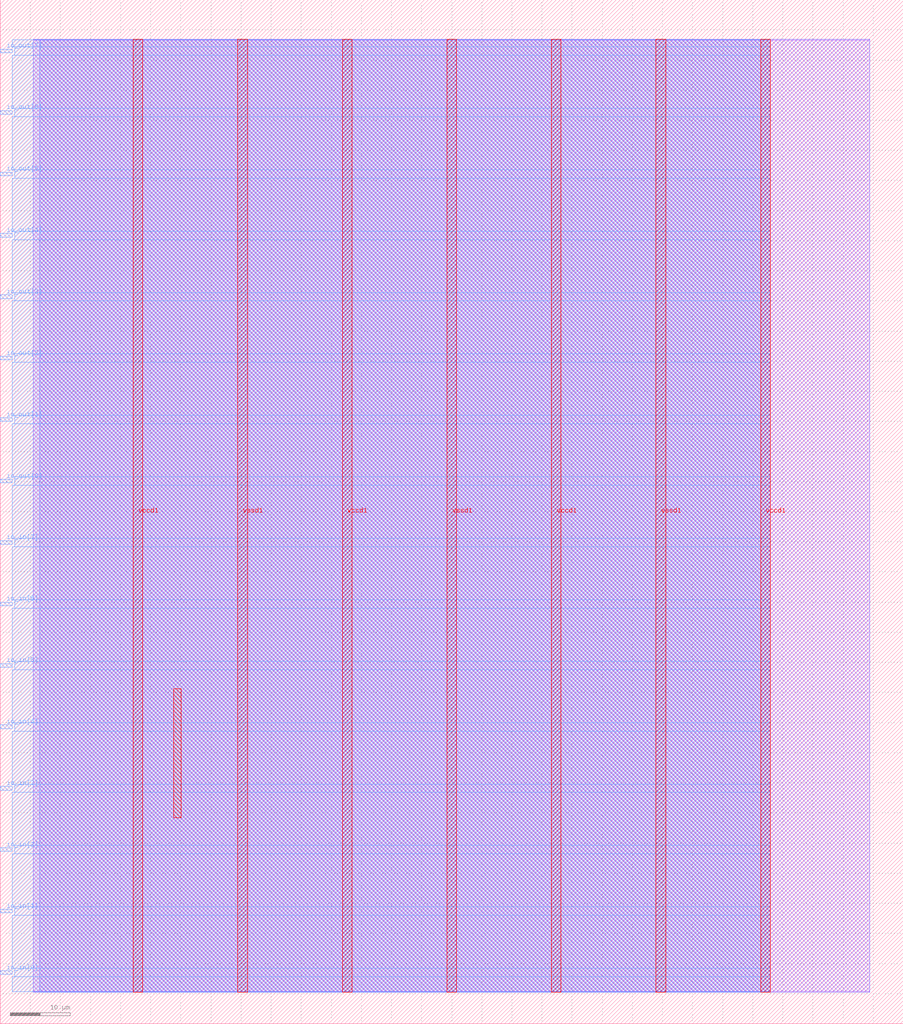
<source format=lef>
VERSION 5.7 ;
  NOWIREEXTENSIONATPIN ON ;
  DIVIDERCHAR "/" ;
  BUSBITCHARS "[]" ;
MACRO user_module_349729432862196307
  CLASS BLOCK ;
  FOREIGN user_module_349729432862196307 ;
  ORIGIN 0.000 0.000 ;
  SIZE 150.000 BY 170.000 ;
  PIN io_in[0]
    DIRECTION INPUT ;
    USE SIGNAL ;
    PORT
      LAYER met3 ;
        RECT 0.000 8.200 2.000 8.800 ;
    END
  END io_in[0]
  PIN io_in[1]
    DIRECTION INPUT ;
    USE SIGNAL ;
    PORT
      LAYER met3 ;
        RECT 0.000 18.400 2.000 19.000 ;
    END
  END io_in[1]
  PIN io_in[2]
    DIRECTION INPUT ;
    USE SIGNAL ;
    PORT
      LAYER met3 ;
        RECT 0.000 28.600 2.000 29.200 ;
    END
  END io_in[2]
  PIN io_in[3]
    DIRECTION INPUT ;
    USE SIGNAL ;
    PORT
      LAYER met3 ;
        RECT 0.000 38.800 2.000 39.400 ;
    END
  END io_in[3]
  PIN io_in[4]
    DIRECTION INPUT ;
    USE SIGNAL ;
    PORT
      LAYER met3 ;
        RECT 0.000 49.000 2.000 49.600 ;
    END
  END io_in[4]
  PIN io_in[5]
    DIRECTION INPUT ;
    USE SIGNAL ;
    PORT
      LAYER met3 ;
        RECT 0.000 59.200 2.000 59.800 ;
    END
  END io_in[5]
  PIN io_in[6]
    DIRECTION INPUT ;
    USE SIGNAL ;
    PORT
      LAYER met3 ;
        RECT 0.000 69.400 2.000 70.000 ;
    END
  END io_in[6]
  PIN io_in[7]
    DIRECTION INPUT ;
    USE SIGNAL ;
    PORT
      LAYER met3 ;
        RECT 0.000 79.600 2.000 80.200 ;
    END
  END io_in[7]
  PIN io_out[0]
    DIRECTION OUTPUT TRISTATE ;
    USE SIGNAL ;
    PORT
      LAYER met3 ;
        RECT 0.000 89.800 2.000 90.400 ;
    END
  END io_out[0]
  PIN io_out[1]
    DIRECTION OUTPUT TRISTATE ;
    USE SIGNAL ;
    PORT
      LAYER met3 ;
        RECT 0.000 100.000 2.000 100.600 ;
    END
  END io_out[1]
  PIN io_out[2]
    DIRECTION OUTPUT TRISTATE ;
    USE SIGNAL ;
    PORT
      LAYER met3 ;
        RECT 0.000 110.200 2.000 110.800 ;
    END
  END io_out[2]
  PIN io_out[3]
    DIRECTION OUTPUT TRISTATE ;
    USE SIGNAL ;
    PORT
      LAYER met3 ;
        RECT 0.000 120.400 2.000 121.000 ;
    END
  END io_out[3]
  PIN io_out[4]
    DIRECTION OUTPUT TRISTATE ;
    USE SIGNAL ;
    PORT
      LAYER met3 ;
        RECT 0.000 130.600 2.000 131.200 ;
    END
  END io_out[4]
  PIN io_out[5]
    DIRECTION OUTPUT TRISTATE ;
    USE SIGNAL ;
    PORT
      LAYER met3 ;
        RECT 0.000 140.800 2.000 141.400 ;
    END
  END io_out[5]
  PIN io_out[6]
    DIRECTION OUTPUT TRISTATE ;
    USE SIGNAL ;
    PORT
      LAYER met3 ;
        RECT 0.000 151.000 2.000 151.600 ;
    END
  END io_out[6]
  PIN io_out[7]
    DIRECTION OUTPUT TRISTATE ;
    USE SIGNAL ;
    PORT
      LAYER met3 ;
        RECT 0.000 161.200 2.000 161.800 ;
    END
  END io_out[7]
  PIN vccd1
    DIRECTION INOUT ;
    USE POWER ;
    PORT
      LAYER met4 ;
        RECT 22.090 5.200 23.690 163.440 ;
    END
    PORT
      LAYER met4 ;
        RECT 56.830 5.200 58.430 163.440 ;
    END
    PORT
      LAYER met4 ;
        RECT 91.570 5.200 93.170 163.440 ;
    END
    PORT
      LAYER met4 ;
        RECT 126.310 5.200 127.910 163.440 ;
    END
  END vccd1
  PIN vssd1
    DIRECTION INOUT ;
    USE GROUND ;
    PORT
      LAYER met4 ;
        RECT 39.460 5.200 41.060 163.440 ;
    END
    PORT
      LAYER met4 ;
        RECT 74.200 5.200 75.800 163.440 ;
    END
    PORT
      LAYER met4 ;
        RECT 108.940 5.200 110.540 163.440 ;
    END
  END vssd1
  OBS
      LAYER li1 ;
        RECT 5.520 5.355 144.440 163.285 ;
      LAYER met1 ;
        RECT 5.520 5.200 144.440 163.440 ;
      LAYER met2 ;
        RECT 6.530 5.255 127.880 163.385 ;
      LAYER met3 ;
        RECT 2.000 162.200 127.900 163.365 ;
        RECT 2.400 160.800 127.900 162.200 ;
        RECT 2.000 152.000 127.900 160.800 ;
        RECT 2.400 150.600 127.900 152.000 ;
        RECT 2.000 141.800 127.900 150.600 ;
        RECT 2.400 140.400 127.900 141.800 ;
        RECT 2.000 131.600 127.900 140.400 ;
        RECT 2.400 130.200 127.900 131.600 ;
        RECT 2.000 121.400 127.900 130.200 ;
        RECT 2.400 120.000 127.900 121.400 ;
        RECT 2.000 111.200 127.900 120.000 ;
        RECT 2.400 109.800 127.900 111.200 ;
        RECT 2.000 101.000 127.900 109.800 ;
        RECT 2.400 99.600 127.900 101.000 ;
        RECT 2.000 90.800 127.900 99.600 ;
        RECT 2.400 89.400 127.900 90.800 ;
        RECT 2.000 80.600 127.900 89.400 ;
        RECT 2.400 79.200 127.900 80.600 ;
        RECT 2.000 70.400 127.900 79.200 ;
        RECT 2.400 69.000 127.900 70.400 ;
        RECT 2.000 60.200 127.900 69.000 ;
        RECT 2.400 58.800 127.900 60.200 ;
        RECT 2.000 50.000 127.900 58.800 ;
        RECT 2.400 48.600 127.900 50.000 ;
        RECT 2.000 39.800 127.900 48.600 ;
        RECT 2.400 38.400 127.900 39.800 ;
        RECT 2.000 29.600 127.900 38.400 ;
        RECT 2.400 28.200 127.900 29.600 ;
        RECT 2.000 19.400 127.900 28.200 ;
        RECT 2.400 18.000 127.900 19.400 ;
        RECT 2.000 9.200 127.900 18.000 ;
        RECT 2.400 7.800 127.900 9.200 ;
        RECT 2.000 5.275 127.900 7.800 ;
      LAYER met4 ;
        RECT 28.815 34.175 30.065 55.585 ;
  END
END user_module_349729432862196307
END LIBRARY


</source>
